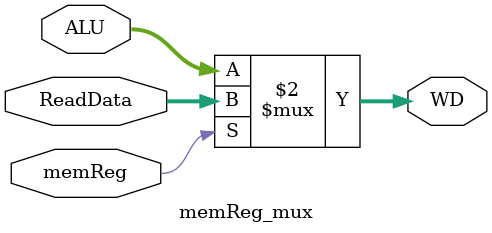
<source format=sv>
module memReg_mux #(parameter WIDTH =32)
(
    input  reg  [(WIDTH-1):0] ALU,         //Read ALU
    input  reg  [(WIDTH-1):0] ReadData,    //Read Memory Data
    input  reg  memReg,                    //Bit of control
    output wire [(WIDTH-1):0] WD           //Write data
);

    assign WD = !memReg ? ALU:ReadData;  //Multiplexer


endmodule

</source>
